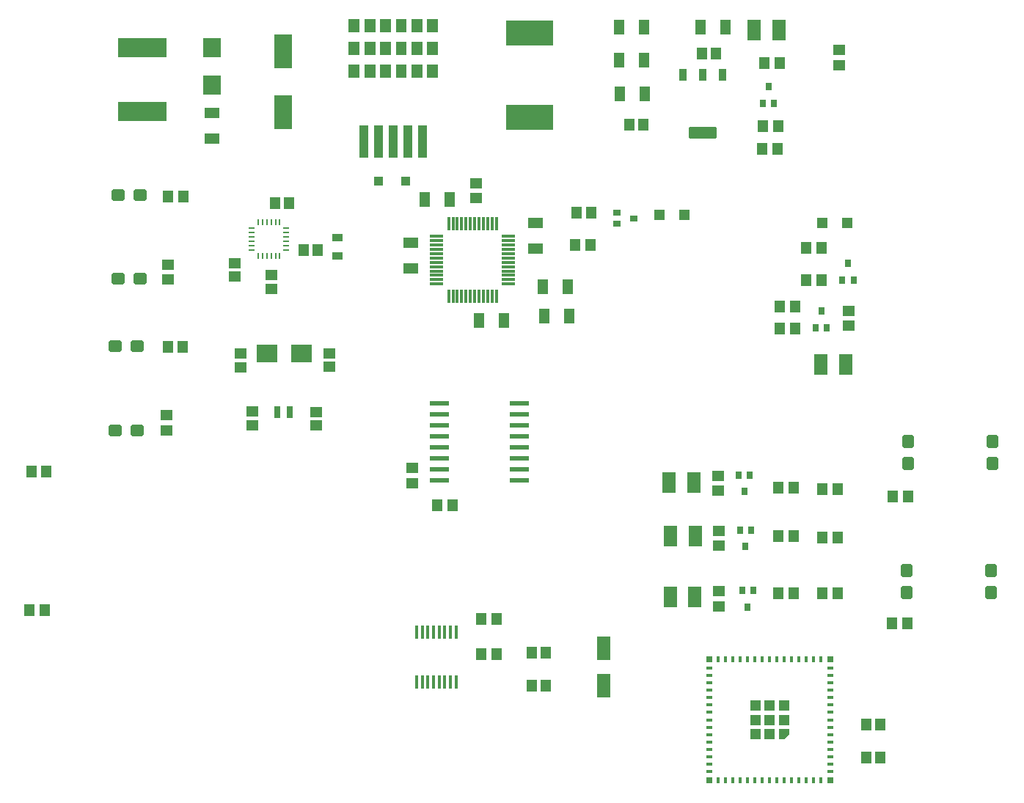
<source format=gtp>
G04*
G04 #@! TF.GenerationSoftware,Altium Limited,Altium Designer,25.2.1 (25)*
G04*
G04 Layer_Color=8421504*
%FSLAX44Y44*%
%MOMM*%
G71*
G04*
G04 #@! TF.SameCoordinates,E3D469A8-3601-4E52-BDEA-DD632D880B34*
G04*
G04*
G04 #@! TF.FilePolarity,Positive*
G04*
G01*
G75*
%ADD18R,1.2000X1.2000*%
%ADD19R,0.4000X0.8000*%
%ADD20R,0.8000X0.4000*%
%ADD21R,0.8000X0.8000*%
%ADD22R,0.7000X0.9000*%
%ADD23R,1.3500X1.1500*%
%ADD24R,1.6000X2.8000*%
%ADD25R,1.3000X1.4000*%
G04:AMPARAMS|DCode=26|XSize=1.41mm|YSize=1.47mm|CornerRadius=0.1763mm|HoleSize=0mm|Usage=FLASHONLY|Rotation=0.000|XOffset=0mm|YOffset=0mm|HoleType=Round|Shape=RoundedRectangle|*
%AMROUNDEDRECTD26*
21,1,1.4100,1.1175,0,0,0.0*
21,1,1.0575,1.4700,0,0,0.0*
1,1,0.3525,0.5288,-0.5587*
1,1,0.3525,-0.5288,-0.5587*
1,1,0.3525,-0.5288,0.5587*
1,1,0.3525,0.5288,0.5587*
%
%ADD26ROUNDEDRECTD26*%
%ADD27R,1.1500X1.3500*%
G04:AMPARAMS|DCode=28|XSize=1.57mm|YSize=0.41mm|CornerRadius=0.0513mm|HoleSize=0mm|Usage=FLASHONLY|Rotation=270.000|XOffset=0mm|YOffset=0mm|HoleType=Round|Shape=RoundedRectangle|*
%AMROUNDEDRECTD28*
21,1,1.5700,0.3075,0,0,270.0*
21,1,1.4675,0.4100,0,0,270.0*
1,1,0.1025,-0.1538,-0.7338*
1,1,0.1025,-0.1538,0.7338*
1,1,0.1025,0.1538,0.7338*
1,1,0.1025,0.1538,-0.7338*
%
%ADD28ROUNDEDRECTD28*%
%ADD29R,0.9900X3.7900*%
%ADD30R,1.6000X2.4000*%
%ADD31R,2.2000X0.6000*%
%ADD32R,1.4000X1.3000*%
G04:AMPARAMS|DCode=33|XSize=0.28mm|YSize=1.56mm|CornerRadius=0.07mm|HoleSize=0mm|Usage=FLASHONLY|Rotation=90.000|XOffset=0mm|YOffset=0mm|HoleType=Round|Shape=RoundedRectangle|*
%AMROUNDEDRECTD33*
21,1,0.2800,1.4200,0,0,90.0*
21,1,0.1400,1.5600,0,0,90.0*
1,1,0.1400,0.7100,0.0700*
1,1,0.1400,0.7100,-0.0700*
1,1,0.1400,-0.7100,-0.0700*
1,1,0.1400,-0.7100,0.0700*
%
%ADD33ROUNDEDRECTD33*%
G04:AMPARAMS|DCode=34|XSize=0.28mm|YSize=1.56mm|CornerRadius=0.07mm|HoleSize=0mm|Usage=FLASHONLY|Rotation=0.000|XOffset=0mm|YOffset=0mm|HoleType=Round|Shape=RoundedRectangle|*
%AMROUNDEDRECTD34*
21,1,0.2800,1.4200,0,0,0.0*
21,1,0.1400,1.5600,0,0,0.0*
1,1,0.1400,0.0700,-0.7100*
1,1,0.1400,-0.0700,-0.7100*
1,1,0.1400,-0.0700,0.7100*
1,1,0.1400,0.0700,0.7100*
%
%ADD34ROUNDEDRECTD34*%
G04:AMPARAMS|DCode=35|XSize=1.31mm|YSize=0.93mm|CornerRadius=0.0698mm|HoleSize=0mm|Usage=FLASHONLY|Rotation=270.000|XOffset=0mm|YOffset=0mm|HoleType=Round|Shape=RoundedRectangle|*
%AMROUNDEDRECTD35*
21,1,1.3100,0.7905,0,0,270.0*
21,1,1.1705,0.9300,0,0,270.0*
1,1,0.1395,-0.3953,-0.5853*
1,1,0.1395,-0.3953,0.5853*
1,1,0.1395,0.3953,0.5853*
1,1,0.1395,0.3953,-0.5853*
%
%ADD35ROUNDEDRECTD35*%
G04:AMPARAMS|DCode=36|XSize=1.31mm|YSize=3.24mm|CornerRadius=0.0983mm|HoleSize=0mm|Usage=FLASHONLY|Rotation=270.000|XOffset=0mm|YOffset=0mm|HoleType=Round|Shape=RoundedRectangle|*
%AMROUNDEDRECTD36*
21,1,1.3100,3.0435,0,0,270.0*
21,1,1.1135,3.2400,0,0,270.0*
1,1,0.1965,-1.5218,-0.5568*
1,1,0.1965,-1.5218,0.5568*
1,1,0.1965,1.5218,0.5568*
1,1,0.1965,1.5218,-0.5568*
%
%ADD36ROUNDEDRECTD36*%
%ADD37R,1.8000X1.3000*%
%ADD38R,2.1200X2.2800*%
%ADD39R,1.3000X1.8000*%
%ADD40R,2.4000X2.0000*%
%ADD41R,0.7500X1.4000*%
%ADD42R,0.7900X0.2800*%
%ADD43R,0.2800X0.7900*%
%ADD44R,1.2000X0.9000*%
%ADD45R,1.0800X1.0900*%
%ADD46R,1.2000X1.2000*%
%ADD47R,5.4000X2.9000*%
%ADD48R,5.6134X2.3114*%
%ADD49R,2.0000X4.0000*%
G04:AMPARAMS|DCode=50|XSize=1.41mm|YSize=1.47mm|CornerRadius=0.1763mm|HoleSize=0mm|Usage=FLASHONLY|Rotation=90.000|XOffset=0mm|YOffset=0mm|HoleType=Round|Shape=RoundedRectangle|*
%AMROUNDEDRECTD50*
21,1,1.4100,1.1175,0,0,90.0*
21,1,1.0575,1.4700,0,0,90.0*
1,1,0.3525,0.5587,0.5288*
1,1,0.3525,0.5587,-0.5288*
1,1,0.3525,-0.5587,-0.5288*
1,1,0.3525,-0.5587,0.5288*
%
%ADD50ROUNDEDRECTD50*%
%ADD51R,0.9000X0.7000*%
G36*
X562040Y1412210D02*
X549540D01*
Y1427410D01*
X562040D01*
Y1412210D01*
D02*
G37*
G36*
X543940D02*
X531440D01*
Y1427410D01*
X543940D01*
Y1412210D01*
D02*
G37*
G36*
X525840D02*
X513340D01*
Y1427410D01*
X525840D01*
Y1412210D01*
D02*
G37*
G36*
X507740D02*
X495240D01*
Y1427410D01*
X507740D01*
Y1412210D01*
D02*
G37*
G36*
X489640D02*
X477140D01*
Y1427410D01*
X489640D01*
Y1412210D01*
D02*
G37*
G36*
X471540D02*
X459040D01*
Y1427410D01*
X471540D01*
Y1412210D01*
D02*
G37*
G36*
X562040Y1385910D02*
X549540D01*
Y1401110D01*
X562040D01*
Y1385910D01*
D02*
G37*
G36*
X543940D02*
X531440D01*
Y1401110D01*
X543940D01*
Y1385910D01*
D02*
G37*
G36*
X525840D02*
X513340D01*
Y1401110D01*
X525840D01*
Y1385910D01*
D02*
G37*
G36*
X507740D02*
X495240D01*
Y1401110D01*
X507740D01*
Y1385910D01*
D02*
G37*
G36*
X489640D02*
X477140D01*
Y1401110D01*
X489640D01*
Y1385910D01*
D02*
G37*
G36*
X471540D02*
X459040D01*
Y1401110D01*
X471540D01*
Y1385910D01*
D02*
G37*
G36*
X562040Y1359610D02*
X549540D01*
Y1374810D01*
X562040D01*
Y1359610D01*
D02*
G37*
G36*
X543940D02*
X531440D01*
Y1374810D01*
X543940D01*
Y1359610D01*
D02*
G37*
G36*
X525840D02*
X513340D01*
Y1374810D01*
X525840D01*
Y1359610D01*
D02*
G37*
G36*
X507740D02*
X495240D01*
Y1374810D01*
X507740D01*
Y1359610D01*
D02*
G37*
G36*
X489640D02*
X477140D01*
Y1374810D01*
X489640D01*
Y1359610D01*
D02*
G37*
G36*
X471540D02*
X459040D01*
Y1374810D01*
X471540D01*
Y1359610D01*
D02*
G37*
G36*
X967380Y601980D02*
X961380Y595980D01*
X955380D01*
Y607980D01*
X967380D01*
Y601980D01*
D02*
G37*
D18*
X961380Y618480D02*
D03*
Y634980D02*
D03*
X944880D02*
D03*
X928380D02*
D03*
Y618480D02*
D03*
Y601980D02*
D03*
X944880D02*
D03*
Y618480D02*
D03*
X1034110Y1192530D02*
D03*
X846480Y1201420D02*
D03*
D19*
X1004380Y548480D02*
D03*
X995880D02*
D03*
X987380D02*
D03*
X978880D02*
D03*
X970380D02*
D03*
X961880D02*
D03*
X953380D02*
D03*
X944880D02*
D03*
X936380D02*
D03*
X927880D02*
D03*
X919380D02*
D03*
X910880D02*
D03*
X902380D02*
D03*
X893880D02*
D03*
X885380D02*
D03*
Y688480D02*
D03*
X893880D02*
D03*
X902380D02*
D03*
X910880D02*
D03*
X919380D02*
D03*
X927880D02*
D03*
X936380D02*
D03*
X944880D02*
D03*
X953380D02*
D03*
X961880D02*
D03*
X970380D02*
D03*
X978880D02*
D03*
X987380D02*
D03*
X995880D02*
D03*
X1004380D02*
D03*
D20*
X874880Y558980D02*
D03*
Y567480D02*
D03*
Y575980D02*
D03*
Y584480D02*
D03*
Y592980D02*
D03*
Y601480D02*
D03*
Y609980D02*
D03*
Y618480D02*
D03*
Y626980D02*
D03*
Y635480D02*
D03*
Y643980D02*
D03*
Y652480D02*
D03*
Y660980D02*
D03*
Y669480D02*
D03*
Y677980D02*
D03*
X1014880D02*
D03*
Y669480D02*
D03*
Y660980D02*
D03*
Y652480D02*
D03*
Y643980D02*
D03*
Y635480D02*
D03*
Y626980D02*
D03*
Y618480D02*
D03*
Y609980D02*
D03*
Y601480D02*
D03*
Y592980D02*
D03*
Y584480D02*
D03*
Y575980D02*
D03*
Y567480D02*
D03*
Y558980D02*
D03*
D21*
X874880Y688480D02*
D03*
Y548480D02*
D03*
X1014880Y688480D02*
D03*
Y548480D02*
D03*
D22*
X915670Y882040D02*
D03*
X909170Y901040D02*
D03*
X922170D02*
D03*
X919480Y748690D02*
D03*
X912980Y767690D02*
D03*
X925980D02*
D03*
X916940Y818540D02*
D03*
X910440Y837540D02*
D03*
X923440D02*
D03*
X1035200Y1145490D02*
D03*
X1041700Y1126490D02*
D03*
X1028700D02*
D03*
X1004570Y1090270D02*
D03*
X1011070Y1071270D02*
D03*
X998070D02*
D03*
X943610Y1349350D02*
D03*
X950110Y1330350D02*
D03*
X937110D02*
D03*
D23*
X885190Y900290D02*
D03*
Y882790D02*
D03*
X886460Y836790D02*
D03*
Y819290D02*
D03*
Y767080D02*
D03*
Y749580D02*
D03*
X1036320Y1073430D02*
D03*
Y1090930D02*
D03*
X605790Y1238250D02*
D03*
Y1220750D02*
D03*
X1024890Y1374280D02*
D03*
Y1391780D02*
D03*
X250190Y1144130D02*
D03*
Y1126630D02*
D03*
X248920Y970140D02*
D03*
Y952640D02*
D03*
X532130Y909180D02*
D03*
Y891680D02*
D03*
D24*
X753110Y700950D02*
D03*
Y657950D02*
D03*
D25*
X686560Y695960D02*
D03*
X670560D02*
D03*
X686180Y657860D02*
D03*
X670180D02*
D03*
X1056260Y575310D02*
D03*
X1072260D02*
D03*
X1056260Y613410D02*
D03*
X1072260D02*
D03*
X390270Y1215390D02*
D03*
X374270D02*
D03*
X423290Y1160780D02*
D03*
X407290D02*
D03*
X783210Y1305560D02*
D03*
X799210D02*
D03*
X883030Y1388110D02*
D03*
X867030D02*
D03*
D26*
X1201660Y939800D02*
D03*
Y914400D02*
D03*
X1104660D02*
D03*
Y939800D02*
D03*
X1103390Y791210D02*
D03*
Y765810D02*
D03*
X1200390D02*
D03*
Y791210D02*
D03*
D27*
X629780Y735330D02*
D03*
X612280D02*
D03*
X629780Y694690D02*
D03*
X612280D02*
D03*
X955040Y886460D02*
D03*
X972540D02*
D03*
X1023340Y885190D02*
D03*
X1005840D02*
D03*
X955180Y830580D02*
D03*
X972680D02*
D03*
X1023480Y829310D02*
D03*
X1005980D02*
D03*
X1103490Y730250D02*
D03*
X1085990D02*
D03*
X955180Y764540D02*
D03*
X972680D02*
D03*
X1023480D02*
D03*
X1005980D02*
D03*
X1087260Y876300D02*
D03*
X1104760D02*
D03*
X110210Y905510D02*
D03*
X92710D02*
D03*
X561340Y866140D02*
D03*
X578840D02*
D03*
X721640Y1203960D02*
D03*
X739140D02*
D03*
X737870Y1167130D02*
D03*
X720370D02*
D03*
X1004430Y1126490D02*
D03*
X986930D02*
D03*
X987070Y1163320D02*
D03*
X1004570D02*
D03*
X956450Y1096010D02*
D03*
X973950D02*
D03*
X956450Y1070610D02*
D03*
X973950D02*
D03*
X107950Y745490D02*
D03*
X90450D02*
D03*
X956170Y1376680D02*
D03*
X938670D02*
D03*
X954760Y1304290D02*
D03*
X937260D02*
D03*
X936130Y1277620D02*
D03*
X953630D02*
D03*
X250330Y1223010D02*
D03*
X267830D02*
D03*
X250190Y1049020D02*
D03*
X267690D02*
D03*
D28*
X582820Y719580D02*
D03*
X576320D02*
D03*
X569820D02*
D03*
X563320D02*
D03*
X556820D02*
D03*
X550320D02*
D03*
X543820D02*
D03*
X537320D02*
D03*
Y662180D02*
D03*
X543820D02*
D03*
X550320D02*
D03*
X556820D02*
D03*
X563320D02*
D03*
X569820D02*
D03*
X576320D02*
D03*
X582820D02*
D03*
D29*
X544540Y1286010D02*
D03*
X527540D02*
D03*
X510540D02*
D03*
X493540D02*
D03*
X476540D02*
D03*
D30*
X858800Y830580D02*
D03*
X830300D02*
D03*
X857530Y892810D02*
D03*
X829030D02*
D03*
X858520Y760730D02*
D03*
X830020D02*
D03*
X1004290Y1028700D02*
D03*
X1032790D02*
D03*
X955320Y1414780D02*
D03*
X926820D02*
D03*
D31*
X655600Y908050D02*
D03*
X563600Y933450D02*
D03*
X655600Y895350D02*
D03*
Y920750D02*
D03*
Y933450D02*
D03*
X563600Y920750D02*
D03*
Y946150D02*
D03*
Y958850D02*
D03*
X655600D02*
D03*
X563600Y984250D02*
D03*
X655600Y946150D02*
D03*
Y971550D02*
D03*
X563600D02*
D03*
X655600Y984250D02*
D03*
X563600Y908050D02*
D03*
Y895350D02*
D03*
D32*
X347980Y958470D02*
D03*
Y974470D02*
D03*
X334010Y1025400D02*
D03*
Y1041400D02*
D03*
X436880Y1025780D02*
D03*
Y1041780D02*
D03*
X421640Y958090D02*
D03*
Y974090D02*
D03*
X369570Y1115950D02*
D03*
Y1131950D02*
D03*
X327660Y1129920D02*
D03*
Y1145920D02*
D03*
D33*
X560070Y1176650D02*
D03*
Y1171650D02*
D03*
Y1166650D02*
D03*
Y1161650D02*
D03*
Y1156650D02*
D03*
Y1151650D02*
D03*
Y1146650D02*
D03*
Y1141650D02*
D03*
Y1136650D02*
D03*
Y1131650D02*
D03*
Y1126650D02*
D03*
Y1121650D02*
D03*
X643670D02*
D03*
Y1126650D02*
D03*
Y1131650D02*
D03*
Y1136650D02*
D03*
Y1141650D02*
D03*
Y1146650D02*
D03*
Y1151650D02*
D03*
Y1156650D02*
D03*
Y1161650D02*
D03*
Y1166650D02*
D03*
Y1171650D02*
D03*
Y1176650D02*
D03*
D34*
X574370Y1107350D02*
D03*
X579370D02*
D03*
X584370D02*
D03*
X589370D02*
D03*
X594370D02*
D03*
X599370D02*
D03*
X604370D02*
D03*
X609370D02*
D03*
X614370D02*
D03*
X619370D02*
D03*
X624370D02*
D03*
X629370D02*
D03*
Y1190950D02*
D03*
X624370D02*
D03*
X619370D02*
D03*
X614370D02*
D03*
X609370D02*
D03*
X604370D02*
D03*
X599370D02*
D03*
X594370D02*
D03*
X589370D02*
D03*
X584370D02*
D03*
X579370D02*
D03*
X574370D02*
D03*
D35*
X890310Y1363140D02*
D03*
X867410D02*
D03*
X844510D02*
D03*
D36*
X867410Y1296240D02*
D03*
D37*
X300990Y1289790D02*
D03*
Y1318790D02*
D03*
X530860Y1168930D02*
D03*
Y1139930D02*
D03*
X674370Y1162790D02*
D03*
Y1191790D02*
D03*
D38*
X300990Y1351220D02*
D03*
Y1394520D02*
D03*
D39*
X712260Y1118870D02*
D03*
X683260D02*
D03*
X713530Y1084580D02*
D03*
X684530D02*
D03*
X575840Y1219200D02*
D03*
X546840D02*
D03*
X609070Y1079500D02*
D03*
X638070D02*
D03*
X770890Y1418590D02*
D03*
X799890D02*
D03*
X770890Y1380490D02*
D03*
X799890D02*
D03*
X771630Y1341120D02*
D03*
X800630D02*
D03*
X893870Y1418590D02*
D03*
X864870D02*
D03*
D40*
X364810Y1041780D02*
D03*
X404810D02*
D03*
D41*
X376290Y974090D02*
D03*
X390790D02*
D03*
D42*
X347330Y1185980D02*
D03*
Y1180980D02*
D03*
Y1175980D02*
D03*
Y1170980D02*
D03*
Y1165980D02*
D03*
Y1160980D02*
D03*
X386730D02*
D03*
Y1165980D02*
D03*
Y1170980D02*
D03*
Y1175980D02*
D03*
Y1180980D02*
D03*
Y1185980D02*
D03*
D43*
X354530Y1153780D02*
D03*
X359530D02*
D03*
X364530D02*
D03*
X369530D02*
D03*
X374530D02*
D03*
X379530D02*
D03*
Y1193180D02*
D03*
X374530D02*
D03*
X369530D02*
D03*
X364530D02*
D03*
X359530D02*
D03*
X354530D02*
D03*
D44*
X445770Y1154090D02*
D03*
Y1175090D02*
D03*
D45*
X493520Y1240790D02*
D03*
X525020D02*
D03*
D46*
X1005510Y1192530D02*
D03*
X817880Y1201420D02*
D03*
D47*
X668020Y1314210D02*
D03*
Y1411210D02*
D03*
D48*
X220980Y1320546D02*
D03*
Y1394714D02*
D03*
D49*
X383540Y1319590D02*
D03*
Y1390590D02*
D03*
D50*
X193040Y1127520D02*
D03*
X218440D02*
D03*
Y1224520D02*
D03*
X193040D02*
D03*
X189230Y952500D02*
D03*
X214630D02*
D03*
Y1049500D02*
D03*
X189230D02*
D03*
D51*
X788010Y1197610D02*
D03*
X769010Y1191110D02*
D03*
Y1204110D02*
D03*
M02*

</source>
